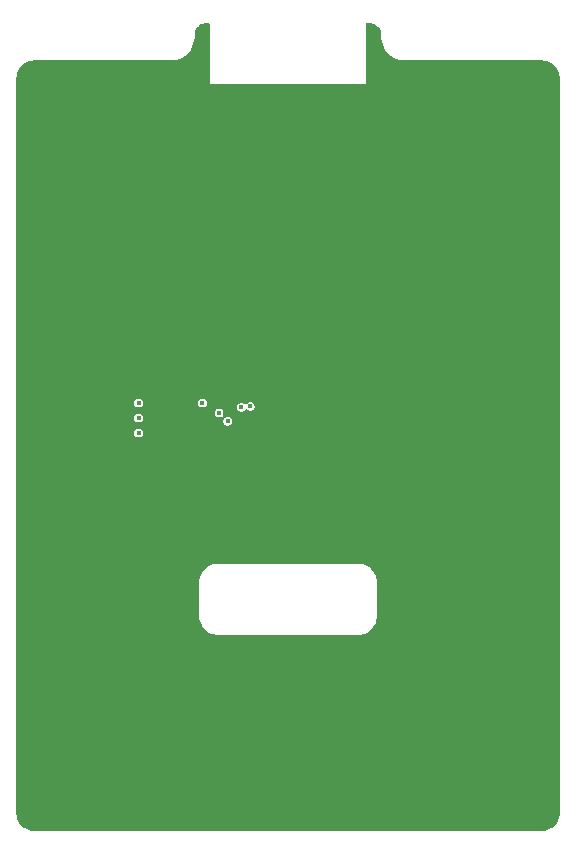
<source format=gbr>
%TF.GenerationSoftware,KiCad,Pcbnew,9.0.6*%
%TF.CreationDate,2026-01-17T11:58:25+01:00*%
%TF.ProjectId,peak,7065616b-2e6b-4696-9361-645f70636258,rev?*%
%TF.SameCoordinates,Original*%
%TF.FileFunction,Copper,L2,Inr*%
%TF.FilePolarity,Positive*%
%FSLAX46Y46*%
G04 Gerber Fmt 4.6, Leading zero omitted, Abs format (unit mm)*
G04 Created by KiCad (PCBNEW 9.0.6) date 2026-01-17 11:58:25*
%MOMM*%
%LPD*%
G01*
G04 APERTURE LIST*
%TA.AperFunction,ViaPad*%
%ADD10C,0.600000*%
%TD*%
%TA.AperFunction,ViaPad*%
%ADD11C,0.450000*%
%TD*%
G04 APERTURE END LIST*
D10*
%TO.N,GND*%
X200053100Y-124700001D03*
X200053100Y-125450001D03*
X200053100Y-127000001D03*
X188653100Y-129200001D03*
X187703100Y-126950001D03*
X187728100Y-124600001D03*
X187728100Y-122300001D03*
D11*
X223003100Y-76475001D03*
X205433100Y-80270001D03*
D10*
X191503100Y-92200001D03*
X195028100Y-82925001D03*
X190303100Y-99200001D03*
X208803100Y-91200001D03*
X188003100Y-99200001D03*
X223733100Y-77150001D03*
D11*
X203253100Y-81390001D03*
X209023100Y-82270001D03*
D10*
X193028100Y-82925001D03*
X195303100Y-89850001D03*
D11*
X208153100Y-83060001D03*
X204123100Y-80620001D03*
D10*
X192603100Y-99200001D03*
X190553100Y-80800001D03*
D11*
X207373100Y-83480001D03*
D10*
X223753100Y-80290001D03*
X195303100Y-85900001D03*
X225753100Y-127300001D03*
D11*
X204533100Y-83210001D03*
D10*
X195303100Y-87890001D03*
D11*
%TO.N,+3.3V*%
X201553100Y-95090001D03*
X205613100Y-95370001D03*
%TO.N,/MCU/FLASH_CS*%
X202963100Y-95935001D03*
X196153100Y-95090001D03*
%TO.N,/MCU/FLASH_WP*%
X196153100Y-97630001D03*
X203713100Y-96623001D03*
%TO.N,/MCU/FLASH_Q*%
X204853100Y-95440001D03*
X196153100Y-96360001D03*
%TD*%
%TA.AperFunction,Conductor*%
%TO.N,GND*%
G36*
X202146139Y-62920186D02*
G01*
X202191894Y-62972990D01*
X202203100Y-63024501D01*
X202203100Y-68100001D01*
X215403100Y-68100001D01*
X215403100Y-63024501D01*
X215405650Y-63015815D01*
X215404362Y-63006854D01*
X215415340Y-62982813D01*
X215422785Y-62957462D01*
X215429625Y-62951534D01*
X215433387Y-62943298D01*
X215455621Y-62929008D01*
X215475589Y-62911707D01*
X215486103Y-62909419D01*
X215492165Y-62905524D01*
X215527100Y-62900501D01*
X215694598Y-62900501D01*
X215705405Y-62900973D01*
X215735929Y-62903643D01*
X215862755Y-62914739D01*
X215884035Y-62918491D01*
X215923284Y-62929008D01*
X216031369Y-62957969D01*
X216051681Y-62965362D01*
X216189915Y-63029822D01*
X216208633Y-63040629D01*
X216333582Y-63128119D01*
X216350140Y-63142013D01*
X216457986Y-63249859D01*
X216471880Y-63266417D01*
X216559370Y-63391366D01*
X216570177Y-63410084D01*
X216634637Y-63548318D01*
X216642030Y-63568630D01*
X216681507Y-63715961D01*
X216685260Y-63737246D01*
X216699028Y-63894606D01*
X216699500Y-63905170D01*
X216699500Y-63965892D01*
X216699620Y-63966340D01*
X216699637Y-63974826D01*
X216699636Y-63974828D01*
X216699637Y-63974838D01*
X216699708Y-64012809D01*
X216699708Y-64012818D01*
X216699734Y-64027251D01*
X216699711Y-64027329D01*
X216700034Y-64209669D01*
X216700035Y-64209674D01*
X216734665Y-64469304D01*
X216734667Y-64469313D01*
X216802849Y-64722206D01*
X216903425Y-64964066D01*
X217034674Y-65190744D01*
X217111490Y-65290627D01*
X217193181Y-65396850D01*
X217194356Y-65398377D01*
X217194358Y-65398380D01*
X217227248Y-65431208D01*
X217379742Y-65583417D01*
X217587672Y-65742709D01*
X217814596Y-65873534D01*
X218056639Y-65973656D01*
X218309669Y-66041368D01*
X218569368Y-66075513D01*
X218700335Y-66075501D01*
X230237208Y-66075501D01*
X230298672Y-66075501D01*
X230307518Y-66075817D01*
X230507661Y-66090131D01*
X230525163Y-66092648D01*
X230716897Y-66134356D01*
X230733855Y-66139335D01*
X230917706Y-66207909D01*
X230917709Y-66207910D01*
X230933801Y-66215260D01*
X231106004Y-66309289D01*
X231120884Y-66318850D01*
X231277966Y-66436441D01*
X231291336Y-66448027D01*
X231430074Y-66586765D01*
X231441660Y-66600136D01*
X231559243Y-66757209D01*
X231568808Y-66772092D01*
X231662839Y-66944298D01*
X231670189Y-66960391D01*
X231738761Y-67144237D01*
X231743745Y-67161213D01*
X231785450Y-67352932D01*
X231787968Y-67370443D01*
X231802284Y-67570591D01*
X231802600Y-67579438D01*
X231802600Y-129820573D01*
X231802284Y-129829420D01*
X231787969Y-130029558D01*
X231785451Y-130047069D01*
X231743746Y-130238788D01*
X231738762Y-130255764D01*
X231670191Y-130439608D01*
X231662841Y-130455701D01*
X231568808Y-130627908D01*
X231559243Y-130642791D01*
X231441660Y-130799864D01*
X231430074Y-130813235D01*
X231291336Y-130951973D01*
X231277966Y-130963559D01*
X231120889Y-131081146D01*
X231106004Y-131090711D01*
X230933801Y-131184740D01*
X230917709Y-131192090D01*
X230733863Y-131260662D01*
X230716887Y-131265646D01*
X230525168Y-131307351D01*
X230507657Y-131309869D01*
X230393906Y-131318005D01*
X230307498Y-131324185D01*
X230298663Y-131324501D01*
X187307528Y-131324501D01*
X187298682Y-131324185D01*
X187276722Y-131322614D01*
X187098542Y-131309870D01*
X187081031Y-131307352D01*
X186889312Y-131265647D01*
X186872336Y-131260663D01*
X186688490Y-131192091D01*
X186672398Y-131184741D01*
X186500195Y-131090712D01*
X186485310Y-131081147D01*
X186328235Y-130963561D01*
X186314865Y-130951976D01*
X186176120Y-130813232D01*
X186164534Y-130799860D01*
X186046955Y-130642792D01*
X186037390Y-130627909D01*
X185943354Y-130455696D01*
X185936010Y-130439616D01*
X185867433Y-130255756D01*
X185862454Y-130238798D01*
X185820746Y-130047064D01*
X185818229Y-130029557D01*
X185803916Y-129829432D01*
X185803600Y-129820586D01*
X185803600Y-113148642D01*
X201302599Y-113148642D01*
X201302599Y-113307318D01*
X201333143Y-113519765D01*
X201333146Y-113519775D01*
X201393616Y-113725717D01*
X201482771Y-113920939D01*
X201482780Y-113920955D01*
X201598818Y-114101513D01*
X201739375Y-114263725D01*
X201901587Y-114404282D01*
X202082143Y-114520319D01*
X202082150Y-114520323D01*
X202277389Y-114609485D01*
X202483331Y-114669955D01*
X202483332Y-114669955D01*
X202483335Y-114669956D01*
X202546684Y-114679063D01*
X202695782Y-114700501D01*
X202695783Y-114700501D01*
X214876588Y-114700501D01*
X214876604Y-114700500D01*
X214910417Y-114700500D01*
X214910418Y-114700500D01*
X215122869Y-114669954D01*
X215233237Y-114637547D01*
X215328801Y-114609488D01*
X215328803Y-114609486D01*
X215328810Y-114609485D01*
X215435777Y-114560634D01*
X215524038Y-114520328D01*
X215524042Y-114520325D01*
X215524050Y-114520322D01*
X215704613Y-114404281D01*
X215866824Y-114263725D01*
X216007380Y-114101514D01*
X216123421Y-113920951D01*
X216123424Y-113920943D01*
X216123427Y-113920939D01*
X216212582Y-113725717D01*
X216212582Y-113725715D01*
X216212584Y-113725712D01*
X216273054Y-113519770D01*
X216303600Y-113307319D01*
X216303600Y-113200002D01*
X216303600Y-113134109D01*
X216303600Y-113134108D01*
X216303600Y-110134109D01*
X216303600Y-110126514D01*
X216303599Y-110126496D01*
X216303599Y-110092687D01*
X216303599Y-110092684D01*
X216273054Y-109880233D01*
X216212584Y-109674291D01*
X216212583Y-109674289D01*
X216212582Y-109674285D01*
X216123427Y-109479062D01*
X216123418Y-109479046D01*
X216007380Y-109298488D01*
X216007374Y-109298481D01*
X215866825Y-109136277D01*
X215866823Y-109136275D01*
X215704619Y-108995726D01*
X215704612Y-108995720D01*
X215524054Y-108879682D01*
X215524038Y-108879673D01*
X215328815Y-108790518D01*
X215122874Y-108730048D01*
X215122864Y-108730045D01*
X214931854Y-108702583D01*
X214910418Y-108699501D01*
X214910417Y-108699501D01*
X202854463Y-108699501D01*
X202854460Y-108699500D01*
X202803100Y-108699500D01*
X202695782Y-108699500D01*
X202483335Y-108730044D01*
X202483325Y-108730047D01*
X202277383Y-108790517D01*
X202082161Y-108879672D01*
X202082138Y-108879685D01*
X201901592Y-108995715D01*
X201901579Y-108995725D01*
X201739379Y-109136271D01*
X201739377Y-109136273D01*
X201598823Y-109298483D01*
X201598815Y-109298494D01*
X201482780Y-109479046D01*
X201482771Y-109479062D01*
X201393616Y-109674285D01*
X201333144Y-109880231D01*
X201302600Y-110092683D01*
X201302600Y-113148639D01*
X201302599Y-113148642D01*
X185803600Y-113148642D01*
X185803600Y-97580566D01*
X195777600Y-97580566D01*
X195777600Y-97679436D01*
X195803190Y-97774939D01*
X195852625Y-97860563D01*
X195922538Y-97930476D01*
X196008162Y-97979911D01*
X196103665Y-98005501D01*
X196103667Y-98005501D01*
X196202532Y-98005501D01*
X196202535Y-98005501D01*
X196298038Y-97979911D01*
X196383662Y-97930476D01*
X196453575Y-97860563D01*
X196503010Y-97774939D01*
X196528600Y-97679436D01*
X196528600Y-97580566D01*
X196503010Y-97485063D01*
X196453575Y-97399439D01*
X196383662Y-97329526D01*
X196298038Y-97280091D01*
X196202535Y-97254501D01*
X196103665Y-97254501D01*
X196008162Y-97280091D01*
X196008160Y-97280092D01*
X196008159Y-97280092D01*
X195922536Y-97329527D01*
X195852626Y-97399437D01*
X195803191Y-97485060D01*
X195803191Y-97485061D01*
X195803190Y-97485063D01*
X195777600Y-97580566D01*
X185803600Y-97580566D01*
X185803600Y-96310566D01*
X195777600Y-96310566D01*
X195777600Y-96409436D01*
X195803190Y-96504939D01*
X195852625Y-96590563D01*
X195922538Y-96660476D01*
X196008162Y-96709911D01*
X196103665Y-96735501D01*
X196103667Y-96735501D01*
X196202532Y-96735501D01*
X196202535Y-96735501D01*
X196298038Y-96709911D01*
X196383662Y-96660476D01*
X196453575Y-96590563D01*
X196463388Y-96573566D01*
X203337600Y-96573566D01*
X203337600Y-96672436D01*
X203363190Y-96767939D01*
X203412625Y-96853563D01*
X203482538Y-96923476D01*
X203568162Y-96972911D01*
X203663665Y-96998501D01*
X203663667Y-96998501D01*
X203762532Y-96998501D01*
X203762535Y-96998501D01*
X203858038Y-96972911D01*
X203943662Y-96923476D01*
X204013575Y-96853563D01*
X204063010Y-96767939D01*
X204088600Y-96672436D01*
X204088600Y-96573566D01*
X204063010Y-96478063D01*
X204013575Y-96392439D01*
X203943662Y-96322526D01*
X203858038Y-96273091D01*
X203762535Y-96247501D01*
X203663665Y-96247501D01*
X203568162Y-96273091D01*
X203568160Y-96273092D01*
X203568159Y-96273092D01*
X203482536Y-96322527D01*
X203412626Y-96392437D01*
X203363191Y-96478060D01*
X203363191Y-96478061D01*
X203363190Y-96478063D01*
X203337600Y-96573566D01*
X196463388Y-96573566D01*
X196503010Y-96504939D01*
X196528600Y-96409436D01*
X196528600Y-96310566D01*
X196503010Y-96215063D01*
X196453575Y-96129439D01*
X196383662Y-96059526D01*
X196298038Y-96010091D01*
X196202535Y-95984501D01*
X196103665Y-95984501D01*
X196008162Y-96010091D01*
X196008160Y-96010092D01*
X196008159Y-96010092D01*
X195922536Y-96059527D01*
X195852626Y-96129437D01*
X195803191Y-96215060D01*
X195803191Y-96215061D01*
X195803190Y-96215063D01*
X195777600Y-96310566D01*
X185803600Y-96310566D01*
X185803600Y-95885566D01*
X202587600Y-95885566D01*
X202587600Y-95984436D01*
X202613190Y-96079939D01*
X202662625Y-96165563D01*
X202732538Y-96235476D01*
X202818162Y-96284911D01*
X202913665Y-96310501D01*
X202913667Y-96310501D01*
X203012532Y-96310501D01*
X203012535Y-96310501D01*
X203108038Y-96284911D01*
X203193662Y-96235476D01*
X203263575Y-96165563D01*
X203313010Y-96079939D01*
X203338600Y-95984436D01*
X203338600Y-95885566D01*
X203313010Y-95790063D01*
X203263575Y-95704439D01*
X203193662Y-95634526D01*
X203108038Y-95585091D01*
X203012535Y-95559501D01*
X202913665Y-95559501D01*
X202818162Y-95585091D01*
X202818160Y-95585092D01*
X202818159Y-95585092D01*
X202732536Y-95634527D01*
X202662626Y-95704437D01*
X202613191Y-95790060D01*
X202613191Y-95790061D01*
X202613190Y-95790063D01*
X202587600Y-95885566D01*
X185803600Y-95885566D01*
X185803600Y-95040566D01*
X195777600Y-95040566D01*
X195777600Y-95139436D01*
X195803190Y-95234939D01*
X195852625Y-95320563D01*
X195922538Y-95390476D01*
X196008162Y-95439911D01*
X196103665Y-95465501D01*
X196103667Y-95465501D01*
X196202532Y-95465501D01*
X196202535Y-95465501D01*
X196298038Y-95439911D01*
X196383662Y-95390476D01*
X196453575Y-95320563D01*
X196503010Y-95234939D01*
X196528600Y-95139436D01*
X196528600Y-95040566D01*
X201177600Y-95040566D01*
X201177600Y-95139436D01*
X201203190Y-95234939D01*
X201252625Y-95320563D01*
X201322538Y-95390476D01*
X201408162Y-95439911D01*
X201503665Y-95465501D01*
X201503667Y-95465501D01*
X201602532Y-95465501D01*
X201602535Y-95465501D01*
X201698038Y-95439911D01*
X201783506Y-95390566D01*
X204477600Y-95390566D01*
X204477600Y-95489436D01*
X204503190Y-95584939D01*
X204503191Y-95584940D01*
X204503191Y-95584941D01*
X204512211Y-95600564D01*
X204552625Y-95670563D01*
X204622538Y-95740476D01*
X204708162Y-95789911D01*
X204803665Y-95815501D01*
X204803667Y-95815501D01*
X204902532Y-95815501D01*
X204902535Y-95815501D01*
X204998038Y-95789911D01*
X205083662Y-95740476D01*
X205153575Y-95670563D01*
X205156614Y-95665298D01*
X205207180Y-95617084D01*
X205275787Y-95603861D01*
X205340652Y-95629829D01*
X205351681Y-95639619D01*
X205382538Y-95670476D01*
X205468162Y-95719911D01*
X205563665Y-95745501D01*
X205563667Y-95745501D01*
X205662532Y-95745501D01*
X205662535Y-95745501D01*
X205758038Y-95719911D01*
X205843662Y-95670476D01*
X205913575Y-95600563D01*
X205963010Y-95514939D01*
X205988600Y-95419436D01*
X205988600Y-95320566D01*
X205963010Y-95225063D01*
X205913575Y-95139439D01*
X205843662Y-95069526D01*
X205758038Y-95020091D01*
X205662535Y-94994501D01*
X205563665Y-94994501D01*
X205468162Y-95020091D01*
X205468160Y-95020092D01*
X205468159Y-95020092D01*
X205382536Y-95069527D01*
X205312622Y-95139441D01*
X205309580Y-95144711D01*
X205259008Y-95192922D01*
X205190400Y-95206138D01*
X205125538Y-95180164D01*
X205114518Y-95170382D01*
X205083663Y-95139527D01*
X205083662Y-95139526D01*
X204998038Y-95090091D01*
X204902535Y-95064501D01*
X204803665Y-95064501D01*
X204708162Y-95090091D01*
X204708160Y-95090092D01*
X204708159Y-95090092D01*
X204622536Y-95139527D01*
X204552626Y-95209437D01*
X204503191Y-95295060D01*
X204503191Y-95295061D01*
X204503190Y-95295063D01*
X204477600Y-95390566D01*
X201783506Y-95390566D01*
X201783662Y-95390476D01*
X201853575Y-95320563D01*
X201903010Y-95234939D01*
X201928600Y-95139436D01*
X201928600Y-95040566D01*
X201903010Y-94945063D01*
X201853575Y-94859439D01*
X201783662Y-94789526D01*
X201698038Y-94740091D01*
X201602535Y-94714501D01*
X201503665Y-94714501D01*
X201408162Y-94740091D01*
X201408160Y-94740092D01*
X201408159Y-94740092D01*
X201322536Y-94789527D01*
X201252626Y-94859437D01*
X201203191Y-94945060D01*
X201203191Y-94945061D01*
X201203190Y-94945063D01*
X201177600Y-95040566D01*
X196528600Y-95040566D01*
X196503010Y-94945063D01*
X196453575Y-94859439D01*
X196383662Y-94789526D01*
X196298038Y-94740091D01*
X196202535Y-94714501D01*
X196103665Y-94714501D01*
X196008162Y-94740091D01*
X196008160Y-94740092D01*
X196008159Y-94740092D01*
X195922536Y-94789527D01*
X195852626Y-94859437D01*
X195803191Y-94945060D01*
X195803191Y-94945061D01*
X195803190Y-94945063D01*
X195777600Y-95040566D01*
X185803600Y-95040566D01*
X185803600Y-67579428D01*
X185803916Y-67570582D01*
X185818230Y-67370444D01*
X185818231Y-67370435D01*
X185820746Y-67352939D01*
X185862456Y-67161200D01*
X185867433Y-67144249D01*
X185936012Y-66960382D01*
X185943350Y-66944314D01*
X186037397Y-66772078D01*
X186046944Y-66757222D01*
X186164547Y-66600124D01*
X186176119Y-66586770D01*
X186314869Y-66448020D01*
X186328223Y-66436448D01*
X186485321Y-66318845D01*
X186500189Y-66309291D01*
X186672398Y-66215258D01*
X186688488Y-66207910D01*
X186872348Y-66139333D01*
X186889299Y-66134356D01*
X187081038Y-66092646D01*
X187098536Y-66090130D01*
X187298668Y-66075817D01*
X187307514Y-66075501D01*
X198976588Y-66075501D01*
X198976604Y-66075500D01*
X199031113Y-66075500D01*
X199031120Y-66075500D01*
X199291115Y-66041271D01*
X199544419Y-65973398D01*
X199786696Y-65873043D01*
X200013802Y-65741924D01*
X200221851Y-65582283D01*
X200407282Y-65396852D01*
X200566923Y-65188803D01*
X200698043Y-64961698D01*
X200798398Y-64719420D01*
X200866270Y-64466117D01*
X200900500Y-64206121D01*
X200900500Y-64075001D01*
X200900500Y-64009109D01*
X200900500Y-63905413D01*
X200900972Y-63894606D01*
X200906265Y-63834108D01*
X200914739Y-63737240D01*
X200918490Y-63715966D01*
X200957969Y-63568627D01*
X200965362Y-63548318D01*
X201029823Y-63410081D01*
X201040629Y-63391366D01*
X201128119Y-63266417D01*
X201142007Y-63249865D01*
X201249865Y-63142007D01*
X201266417Y-63128119D01*
X201391366Y-63040629D01*
X201410081Y-63029823D01*
X201548320Y-62965361D01*
X201568627Y-62957969D01*
X201715966Y-62918490D01*
X201737242Y-62914739D01*
X201869672Y-62903153D01*
X201894595Y-62900973D01*
X201905402Y-62900501D01*
X202079100Y-62900501D01*
X202146139Y-62920186D01*
G37*
%TD.AperFunction*%
%TD*%
M02*

</source>
